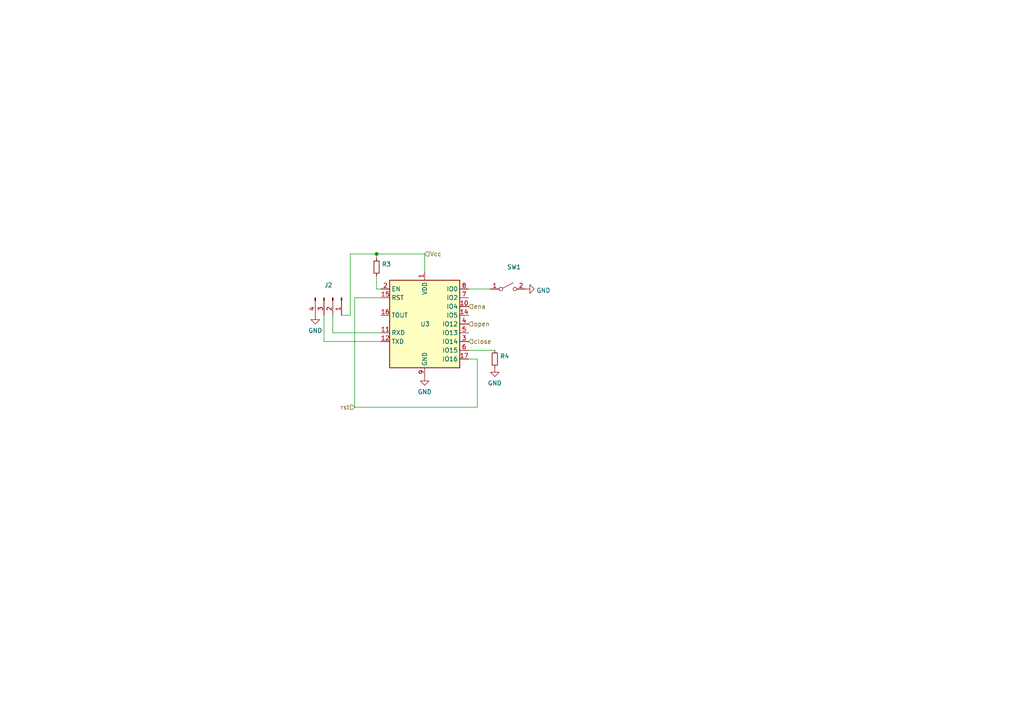
<source format=kicad_sch>
(kicad_sch (version 20211123) (generator eeschema)
  (paper "A4")
  (lib_symbols
    (symbol "Connector:Conn_01x04_Male" (pin_names (offset 1.016) hide)
      (property "Reference" "J" (at 0 5.08 0))
      (property "Value" "Conn_01x04_Male" (at 0 -7.62 0))
      (symbol "Conn_01x04_Male_1_1"
        (polyline (pts (xy 1.27 -5.08) (xy 0.8636 -5.08)) (stroke (width 0.1524)))
        (polyline (pts (xy 1.27 -2.54) (xy 0.8636 -2.54)) (stroke (width 0.1524)))
        (polyline (pts (xy 1.27 0) (xy 0.8636 0)) (stroke (width 0.1524)))
        (polyline (pts (xy 1.27 2.54) (xy 0.8636 2.54)) (stroke (width 0.1524)))
        (rectangle (start 0.8636 -4.953) (end 0 -5.207) (stroke (width 0.1524)) (fill (type outline)))
        (rectangle (start 0.8636 -2.413) (end 0 -2.667) (stroke (width 0.1524)) (fill (type outline)))
        (rectangle (start 0.8636 0.127) (end 0 -0.127) (stroke (width 0.1524)) (fill (type outline)))
        (rectangle (start 0.8636 2.667) (end 0 2.413) (stroke (width 0.1524)) (fill (type outline)))
        (pin passive line (at 5.08 2.54 180) (length 3.81) (name "Pin_1") (number "1"))
        (pin passive line (at 5.08 0 180) (length 3.81) (name "Pin_2") (number "2"))
        (pin passive line (at 5.08 -2.54 180) (length 3.81) (name "Pin_3") (number "3"))
        (pin passive line (at 5.08 -5.08 180) (length 3.81) (name "Pin_4") (number "4"))
      )
    )
    (symbol "Device:R_Small" (pin_numbers hide) (pin_names (offset 0.254) hide)
      (property "Reference" "R" (at 0.762 0.508 0))
      (property "Value" "R_Small" (at 0.762 -1.016 0))
      (symbol "R_Small_0_1"
        (rectangle (start -0.762 1.778) (end 0.762 -1.778) (stroke (width 0.2032)))
      )
      (symbol "R_Small_1_1"
        (pin passive line (at 0 2.54 270) (length 0.762) (name "~") (number "1"))
        (pin passive line (at 0 -2.54 90) (length 0.762) (name "~") (number "2"))
      )
    )
    (symbol "RF_Module:ESP-WROOM-02"
      (property "Reference" "U" (at -7.62 13.97 0))
      (property "Value" "ESP-WROOM-02" (at 10.16 13.97 0))
      (symbol "ESP-WROOM-02_0_1"
        (rectangle (start 10.16 12.7) (end -10.16 -12.7) (stroke (width 0.254)) (fill (type background)))
      )
      (symbol "ESP-WROOM-02_1_1"
        (pin power_in line (at 0 15.24 270) (length 2.54) (name "VDD") (number "1"))
        (pin bidirectional line (at 12.7 5.08 180) (length 2.54) (name "IO4") (number "10"))
        (pin bidirectional line (at -12.7 -2.54 0) (length 2.54) (name "RXD") (number "11"))
        (pin bidirectional line (at -12.7 -5.08 0) (length 2.54) (name "TXD") (number "12"))
        (pin passive line (at 0 -15.24 90) (length 2.54) hide (name "GND") (number "13"))
        (pin bidirectional line (at 12.7 2.54 180) (length 2.54) (name "IO5") (number "14"))
        (pin input line (at -12.7 7.62 0) (length 2.54) (name "RST") (number "15"))
        (pin input line (at -12.7 2.54 0) (length 2.54) (name "TOUT") (number "16"))
        (pin bidirectional line (at 12.7 -10.16 180) (length 2.54) (name "IO16") (number "17"))
        (pin passive line (at 0 -15.24 90) (length 2.54) hide (name "GND") (number "18"))
        (pin passive line (at 0 -15.24 90) (length 2.54) hide (name "GND") (number "19"))
        (pin input line (at -12.7 10.16 0) (length 2.54) (name "EN") (number "2"))
        (pin bidirectional line (at 12.7 -5.08 180) (length 2.54) (name "IO14") (number "3"))
        (pin bidirectional line (at 12.7 0 180) (length 2.54) (name "IO12") (number "4"))
        (pin bidirectional line (at 12.7 -2.54 180) (length 2.54) (name "IO13") (number "5"))
        (pin bidirectional line (at 12.7 -7.62 180) (length 2.54) (name "IO15") (number "6"))
        (pin bidirectional line (at 12.7 7.62 180) (length 2.54) (name "IO2") (number "7"))
        (pin bidirectional line (at 12.7 10.16 180) (length 2.54) (name "IO0") (number "8"))
        (pin power_in line (at 0 -15.24 90) (length 2.54) (name "GND") (number "9"))
      )
    )
    (symbol "Switch:SW_SPST" (pin_names (offset 0) hide)
      (property "Reference" "SW" (at 0 3.175 0))
      (property "Value" "SW_SPST" (at 0 -2.54 0))
      (symbol "SW_SPST_0_0"
        (circle (center -2.032 0) (radius 0.508))
        (polyline (pts (xy -1.524 0.254) (xy 1.524 1.778)))
        (circle (center 2.032 0) (radius 0.508))
      )
      (symbol "SW_SPST_1_1"
        (pin passive line (at -5.08 0 0) (length 2.54) (name "A") (number "1"))
        (pin passive line (at 5.08 0 180) (length 2.54) (name "B") (number "2"))
      )
    )
    (symbol "power:GND" (power) (pin_names (offset 0))
      (property "Value" "GND" (at 0 -3.81 0))
      (symbol "GND_0_1"
        (polyline (pts (xy 0 0) (xy 0 -1.27) (xy 1.27 -1.27) (xy 0 -2.54) (xy -1.27 -1.27) (xy 0 -1.27)))
      )
      (symbol "GND_1_1"
        (pin power_in line (at 0 0 270) (length 0) hide (name "GND") (number "1"))
      )
    )
  )
  (junction (at 109.22 73.66))
  (wire (pts (xy 109.22 80.01) (xy 109.22 83.82)))
  (wire (pts (xy 96.52 91.44) (xy 96.52 96.52)))
  (wire (pts (xy 109.22 73.66) (xy 109.22 74.93)))
  (wire (pts (xy 93.98 99.06) (xy 93.98 91.44)))
  (wire (pts (xy 101.6 73.66) (xy 109.22 73.66)))
  (wire (pts (xy 135.89 101.6) (xy 143.51 101.6)))
  (wire (pts (xy 96.52 96.52) (xy 110.49 96.52)))
  (wire (pts (xy 101.6 91.44) (xy 99.06 91.44)))
  (wire (pts (xy 123.19 73.66) (xy 123.19 78.74)))
  (wire (pts (xy 101.6 73.66) (xy 101.6 91.44)))
  (wire (pts (xy 93.98 99.06) (xy 110.49 99.06)))
  (wire (pts (xy 138.43 104.14) (xy 138.43 118.11)))
  (wire (pts (xy 109.22 83.82) (xy 110.49 83.82)))
  (wire (pts (xy 135.89 83.82) (xy 142.24 83.82)))
  (wire (pts (xy 138.43 118.11) (xy 102.87 118.11)))
  (wire (pts (xy 138.43 104.14) (xy 135.89 104.14)))
  (wire (pts (xy 109.22 73.66) (xy 123.19 73.66)))
  (wire (pts (xy 102.87 118.11) (xy 102.87 86.36)))
  (wire (pts (xy 102.87 86.36) (xy 110.49 86.36)))
  (hierarchical_label "ena" (shape input) (at 135.89 88.9 0))
  (hierarchical_label "open" (shape input) (at 135.89 93.98 0))
  (hierarchical_label "Vcc" (shape input) (at 123.19 73.66 0))
  (hierarchical_label "rst" (shape input) (at 102.87 118.11 180))
  (hierarchical_label "close" (shape input) (at 135.89 99.06 0))
  (symbol (lib_id "Connector:Conn_01x04_Male") (at 96.52 86.36 270) (unit 1)
    (property "Reference" "J2" (at 95.25 82.711 90))
  )
  (symbol (lib_id "Device:R_Small") (at 143.51 104.14 0) (unit 1)
    (property "Reference" "R4" (at 145.0086 103.3053 0) (effects (justify left)))
  )
  (symbol (lib_id "Switch:SW_SPST") (at 147.32 83.82 0) (unit 1)
    (property "Reference" "SW1" (at 151.13 77.47 0) (effects (justify right)))
  )
  (symbol (lib_id "RF_Module:ESP-WROOM-02") (at 123.19 93.98 0) (unit 1)
    (property "Reference" "U3" (at 121.92 93.98 0) (effects (justify left)))
    (property "Datasheet" "https://www.espressif.com/sites/default/files/documentation/0c-esp-wroom-02_datasheet_en.pdf" (effects hide))
  )
  (symbol (lib_id "Device:R_Small") (at 109.22 77.47 0) (unit 1)
    (property "Reference" "R3" (at 110.7186 76.6353 0) (effects (justify left)))
  )
  (symbol (lib_id "power:GND") (at 123.19 109.22 0) (unit 1)
    (property "Reference" "#PWR0105" (effects hide))
  )
  (symbol (lib_id "power:GND") (at 91.44 91.44 0) (unit 1)
    (property "Reference" "#PWR0106" (effects hide))
  )
  (symbol (lib_id "power:GND") (at 152.4 83.82 90) (unit 1)
    (property "Reference" "#PWR0107" (effects hide))
  )
  (symbol (lib_id "power:GND") (at 143.51 106.68 0) (unit 1)
    (property "Reference" "#PWR0108" (effects hide))
  )
)
</source>
